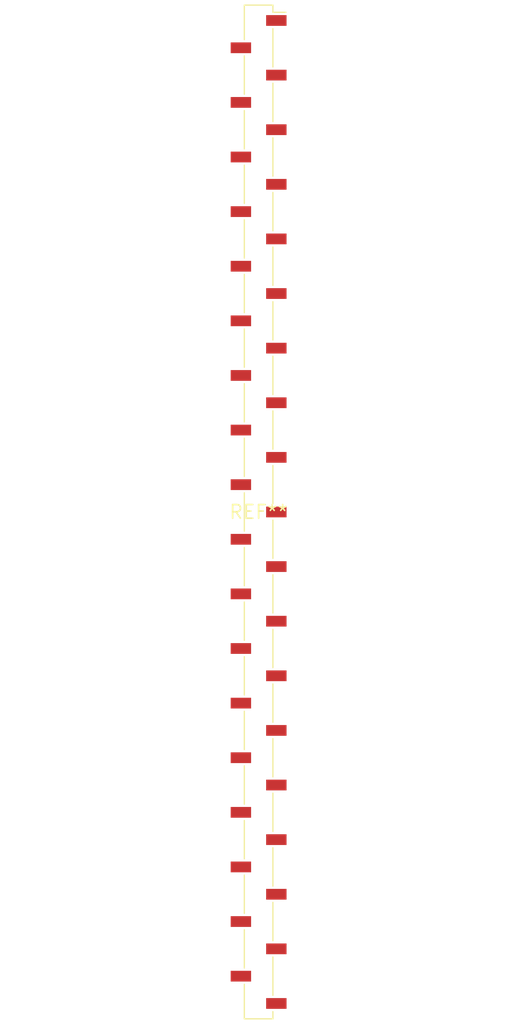
<source format=kicad_pcb>
(kicad_pcb (version 20240108) (generator pcbnew)
  (layers (0 "F.Cu" signal) (31 "B.Cu" signal) (34 "B.Paste" user) (35 "F.Paste" user) (36 "B.SilkS" user "B.Silkscreen") (37 "F.SilkS" user "F.Silkscreen") (38 "B.Mask" user) (39 "F.Mask" user) (44 "Edge.Cuts" user))
  (net 0 "")
  (footprint "PinSocket_1x37_P2.54mm_Vertical_SMD_Pin1Right" (layer "F.Cu") (at 0 0)
    (property "Reference" "REF**")
    (property "Value" "PinSocket_1x37_P2.54mm_Vertical_SMD_Pin1Right")
    (fp_line (start -1.33 -47.15) (end -1.33 -43.94) (layer "F.SilkS") (stroke (width 0.12)))
    (fp_line (start -1.33 -47.15) (end 1.33 -47.15) (layer "F.SilkS") (stroke (width 0.12)))
    (fp_line (start -1.33 -42.42) (end -1.33 -38.86) (layer "F.SilkS") (stroke (width 0.12)))
    (fp_line (start -1.33 -37.34) (end -1.33 -33.78) (layer "F.SilkS") (stroke (width 0.12)))
    (fp_line (start -1.33 -32.26) (end -1.33 -28.7) (layer "F.SilkS") (stroke (width 0.12)))
    (fp_line (start -1.33 -27.18) (end -1.33 -23.62) (layer "F.SilkS") (stroke (width 0.12)))
    (fp_line (start -1.33 -22.1) (end -1.33 -18.54) (layer "F.SilkS") (stroke (width 0.12)))
    (fp_line (start -1.33 -17.02) (end -1.33 -13.46) (layer "F.SilkS") (stroke (width 0.12)))
    (fp_line (start -1.33 -11.94) (end -1.33 -8.38) (layer "F.SilkS") (stroke (width 0.12)))
    (fp_line (start -1.33 -6.86) (end -1.33 -3.3) (layer "F.SilkS") (stroke (width 0.12)))
    (fp_line (start -1.33 -1.78) (end -1.33 1.78) (layer "F.SilkS") (stroke (width 0.12)))
    (fp_line (start -1.33 3.3) (end -1.33 6.86) (layer "F.SilkS") (stroke (width 0.12)))
    (fp_line (start -1.33 8.38) (end -1.33 11.94) (layer "F.SilkS") (stroke (width 0.12)))
    (fp_line (start -1.33 13.46) (end -1.33 17.02) (layer "F.SilkS") (stroke (width 0.12)))
    (fp_line (start -1.33 18.54) (end -1.33 22.1) (layer "F.SilkS") (stroke (width 0.12)))
    (fp_line (start -1.33 23.62) (end -1.33 27.18) (layer "F.SilkS") (stroke (width 0.12)))
    (fp_line (start -1.33 28.7) (end -1.33 32.26) (layer "F.SilkS") (stroke (width 0.12)))
    (fp_line (start -1.33 33.78) (end -1.33 37.34) (layer "F.SilkS") (stroke (width 0.12)))
    (fp_line (start -1.33 38.86) (end -1.33 42.42) (layer "F.SilkS") (stroke (width 0.12)))
    (fp_line (start -1.33 43.94) (end -1.33 47.15) (layer "F.SilkS") (stroke (width 0.12)))
    (fp_line (start -1.33 47.15) (end 1.33 47.15) (layer "F.SilkS") (stroke (width 0.12)))
    (fp_line (start 1.33 -47.15) (end 1.33 -46.48) (layer "F.SilkS") (stroke (width 0.12)))
    (fp_line (start 1.33 -46.48) (end 2.54 -46.48) (layer "F.SilkS") (stroke (width 0.12)))
    (fp_line (start 1.33 -44.96) (end 1.33 -41.4) (layer "F.SilkS") (stroke (width 0.12)))
    (fp_line (start 1.33 -39.88) (end 1.33 -36.32) (layer "F.SilkS") (stroke (width 0.12)))
    (fp_line (start 1.33 -34.8) (end 1.33 -31.24) (layer "F.SilkS") (stroke (width 0.12)))
    (fp_line (start 1.33 -29.72) (end 1.33 -26.16) (layer "F.SilkS") (stroke (width 0.12)))
    (fp_line (start 1.33 -24.64) (end 1.33 -21.08) (layer "F.SilkS") (stroke (width 0.12)))
    (fp_line (start 1.33 -19.56) (end 1.33 -16) (layer "F.SilkS") (stroke (width 0.12)))
    (fp_line (start 1.33 -14.48) (end 1.33 -10.92) (layer "F.SilkS") (stroke (width 0.12)))
    (fp_line (start 1.33 -9.4) (end 1.33 -5.84) (layer "F.SilkS") (stroke (width 0.12)))
    (fp_line (start 1.33 -4.32) (end 1.33 -0.76) (layer "F.SilkS") (stroke (width 0.12)))
    (fp_line (start 1.33 0.76) (end 1.33 4.32) (layer "F.SilkS") (stroke (width 0.12)))
    (fp_line (start 1.33 5.84) (end 1.33 9.4) (layer "F.SilkS") (stroke (width 0.12)))
    (fp_line (start 1.33 10.92) (end 1.33 14.48) (layer "F.SilkS") (stroke (width 0.12)))
    (fp_line (start 1.33 16) (end 1.33 19.56) (layer "F.SilkS") (stroke (width 0.12)))
    (fp_line (start 1.33 21.08) (end 1.33 24.64) (layer "F.SilkS") (stroke (width 0.12)))
    (fp_line (start 1.33 26.16) (end 1.33 29.72) (layer "F.SilkS") (stroke (width 0.12)))
    (fp_line (start 1.33 31.24) (end 1.33 34.8) (layer "F.SilkS") (stroke (width 0.12)))
    (fp_line (start 1.33 36.32) (end 1.33 39.88) (layer "F.SilkS") (stroke (width 0.12)))
    (fp_line (start 1.33 41.4) (end 1.33 44.96) (layer "F.SilkS") (stroke (width 0.12)))
    (fp_line (start 1.33 46.48) (end 1.33 47.15) (layer "F.SilkS") (stroke (width 0.12)))
    (pad "1" smd rect (at 1.65 -45.72) (size 1.9 1) (layers "F.Cu" "F.Paste" "F.Mask"))
    (pad "2" smd rect (at -1.65 -43.18) (size 1.9 1) (layers "F.Cu" "F.Paste" "F.Mask"))
    (pad "3" smd rect (at 1.65 -40.64) (size 1.9 1) (layers "F.Cu" "F.Paste" "F.Mask"))
    (pad "4" smd rect (at -1.65 -38.1) (size 1.9 1) (layers "F.Cu" "F.Paste" "F.Mask"))
    (pad "5" smd rect (at 1.65 -35.56) (size 1.9 1) (layers "F.Cu" "F.Paste" "F.Mask"))
    (pad "6" smd rect (at -1.65 -33.02) (size 1.9 1) (layers "F.Cu" "F.Paste" "F.Mask"))
    (pad "7" smd rect (at 1.65 -30.48) (size 1.9 1) (layers "F.Cu" "F.Paste" "F.Mask"))
    (pad "8" smd rect (at -1.65 -27.94) (size 1.9 1) (layers "F.Cu" "F.Paste" "F.Mask"))
    (pad "9" smd rect (at 1.65 -25.4) (size 1.9 1) (layers "F.Cu" "F.Paste" "F.Mask"))
    (pad "10" smd rect (at -1.65 -22.86) (size 1.9 1) (layers "F.Cu" "F.Paste" "F.Mask"))
    (pad "11" smd rect (at 1.65 -20.32) (size 1.9 1) (layers "F.Cu" "F.Paste" "F.Mask"))
    (pad "12" smd rect (at -1.65 -17.78) (size 1.9 1) (layers "F.Cu" "F.Paste" "F.Mask"))
    (pad "13" smd rect (at 1.65 -15.24) (size 1.9 1) (layers "F.Cu" "F.Paste" "F.Mask"))
    (pad "14" smd rect (at -1.65 -12.7) (size 1.9 1) (layers "F.Cu" "F.Paste" "F.Mask"))
    (pad "15" smd rect (at 1.65 -10.16) (size 1.9 1) (layers "F.Cu" "F.Paste" "F.Mask"))
    (pad "16" smd rect (at -1.65 -7.62) (size 1.9 1) (layers "F.Cu" "F.Paste" "F.Mask"))
    (pad "17" smd rect (at 1.65 -5.08) (size 1.9 1) (layers "F.Cu" "F.Paste" "F.Mask"))
    (pad "18" smd rect (at -1.65 -2.54) (size 1.9 1) (layers "F.Cu" "F.Paste" "F.Mask"))
    (pad "19" smd rect (at 1.65 0) (size 1.9 1) (layers "F.Cu" "F.Paste" "F.Mask"))
    (pad "20" smd rect (at -1.65 2.54) (size 1.9 1) (layers "F.Cu" "F.Paste" "F.Mask"))
    (pad "21" smd rect (at 1.65 5.08) (size 1.9 1) (layers "F.Cu" "F.Paste" "F.Mask"))
    (pad "22" smd rect (at -1.65 7.62) (size 1.9 1) (layers "F.Cu" "F.Paste" "F.Mask"))
    (pad "23" smd rect (at 1.65 10.16) (size 1.9 1) (layers "F.Cu" "F.Paste" "F.Mask"))
    (pad "24" smd rect (at -1.65 12.7) (size 1.9 1) (layers "F.Cu" "F.Paste" "F.Mask"))
    (pad "25" smd rect (at 1.65 15.24) (size 1.9 1) (layers "F.Cu" "F.Paste" "F.Mask"))
    (pad "26" smd rect (at -1.65 17.78) (size 1.9 1) (layers "F.Cu" "F.Paste" "F.Mask"))
    (pad "27" smd rect (at 1.65 20.32) (size 1.9 1) (layers "F.Cu" "F.Paste" "F.Mask"))
    (pad "28" smd rect (at -1.65 22.86) (size 1.9 1) (layers "F.Cu" "F.Paste" "F.Mask"))
    (pad "29" smd rect (at 1.65 25.4) (size 1.9 1) (layers "F.Cu" "F.Paste" "F.Mask"))
    (pad "30" smd rect (at -1.65 27.94) (size 1.9 1) (layers "F.Cu" "F.Paste" "F.Mask"))
    (pad "31" smd rect (at 1.65 30.48) (size 1.9 1) (layers "F.Cu" "F.Paste" "F.Mask"))
    (pad "32" smd rect (at -1.65 33.02) (size 1.9 1) (layers "F.Cu" "F.Paste" "F.Mask"))
    (pad "33" smd rect (at 1.65 35.56) (size 1.9 1) (layers "F.Cu" "F.Paste" "F.Mask"))
    (pad "34" smd rect (at -1.65 38.1) (size 1.9 1) (layers "F.Cu" "F.Paste" "F.Mask"))
    (pad "35" smd rect (at 1.65 40.64) (size 1.9 1) (layers "F.Cu" "F.Paste" "F.Mask"))
    (pad "36" smd rect (at -1.65 43.18) (size 1.9 1) (layers "F.Cu" "F.Paste" "F.Mask"))
    (pad "37" smd rect (at 1.65 45.72) (size 1.9 1) (layers "F.Cu" "F.Paste" "F.Mask"))
  )
)
</source>
